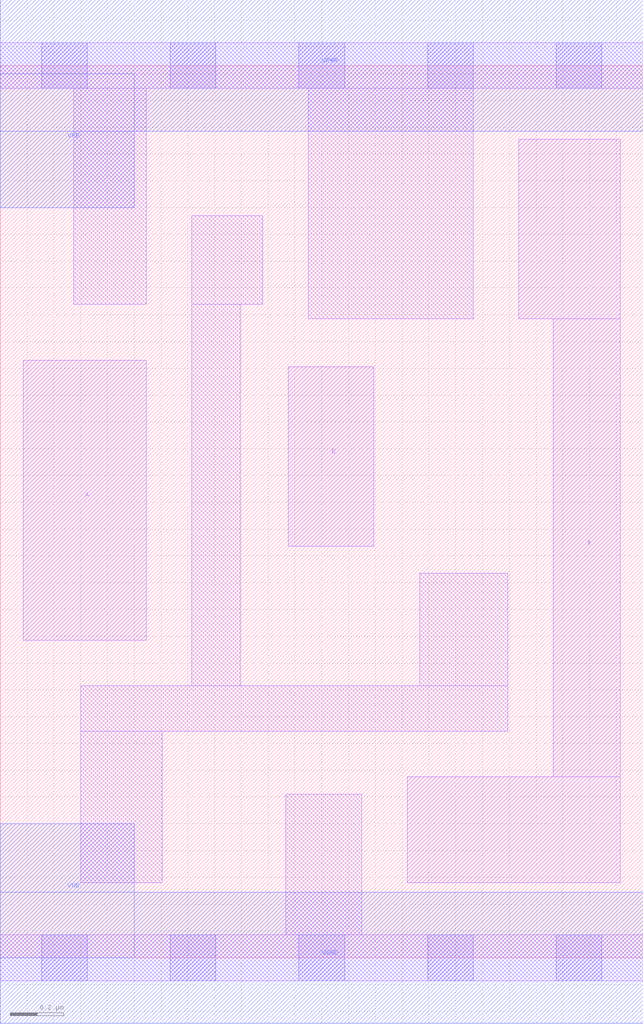
<source format=lef>
# Copyright 2020 The SkyWater PDK Authors
#
# Licensed under the Apache License, Version 2.0 (the "License");
# you may not use this file except in compliance with the License.
# You may obtain a copy of the License at
#
#     https://www.apache.org/licenses/LICENSE-2.0
#
# Unless required by applicable law or agreed to in writing, software
# distributed under the License is distributed on an "AS IS" BASIS,
# WITHOUT WARRANTIES OR CONDITIONS OF ANY KIND, either express or implied.
# See the License for the specific language governing permissions and
# limitations under the License.
#
# SPDX-License-Identifier: Apache-2.0

VERSION 5.5 ;
NAMESCASESENSITIVE ON ;
BUSBITCHARS "[]" ;
DIVIDERCHAR "/" ;
MACRO sky130_fd_sc_lp__and2_0
  CLASS CORE ;
  SOURCE USER ;
  ORIGIN  0.000000  0.000000 ;
  SIZE  2.400000 BY  3.330000 ;
  SYMMETRY X Y R90 ;
  SITE unit ;
  PIN A
    ANTENNAGATEAREA  0.126000 ;
    DIRECTION INPUT ;
    USE SIGNAL ;
    PORT
      LAYER li1 ;
        RECT 0.085000 1.185000 0.545000 2.230000 ;
    END
  END A
  PIN B
    ANTENNAGATEAREA  0.126000 ;
    DIRECTION INPUT ;
    USE SIGNAL ;
    PORT
      LAYER li1 ;
        RECT 1.075000 1.535000 1.395000 2.205000 ;
    END
  END B
  PIN X
    ANTENNADIFFAREA  0.280900 ;
    DIRECTION OUTPUT ;
    USE SIGNAL ;
    PORT
      LAYER li1 ;
        RECT 1.520000 0.280000 2.315000 0.675000 ;
        RECT 1.935000 2.385000 2.315000 3.055000 ;
        RECT 2.065000 0.675000 2.315000 2.385000 ;
    END
  END X
  PIN VGND
    DIRECTION INOUT ;
    USE GROUND ;
    PORT
      LAYER met1 ;
        RECT 0.000000 -0.245000 2.400000 0.245000 ;
    END
  END VGND
  PIN VNB
    DIRECTION INOUT ;
    USE GROUND ;
    PORT
      LAYER met1 ;
        RECT 0.000000 0.000000 0.500000 0.500000 ;
    END
  END VNB
  PIN VPB
    DIRECTION INOUT ;
    USE POWER ;
    PORT
      LAYER met1 ;
        RECT 0.000000 2.800000 0.500000 3.300000 ;
    END
  END VPB
  PIN VPWR
    DIRECTION INOUT ;
    USE POWER ;
    PORT
      LAYER met1 ;
        RECT 0.000000 3.085000 2.400000 3.575000 ;
    END
  END VPWR
  OBS
    LAYER li1 ;
      RECT 0.000000 -0.085000 2.400000 0.085000 ;
      RECT 0.000000  3.245000 2.400000 3.415000 ;
      RECT 0.275000  2.440000 0.545000 3.245000 ;
      RECT 0.300000  0.280000 0.605000 0.845000 ;
      RECT 0.300000  0.845000 1.895000 1.015000 ;
      RECT 0.715000  1.015000 0.895000 2.440000 ;
      RECT 0.715000  2.440000 0.980000 2.770000 ;
      RECT 1.065000  0.085000 1.350000 0.610000 ;
      RECT 1.150000  2.385000 1.765000 3.245000 ;
      RECT 1.565000  1.015000 1.895000 1.435000 ;
    LAYER mcon ;
      RECT 0.155000 -0.085000 0.325000 0.085000 ;
      RECT 0.155000  3.245000 0.325000 3.415000 ;
      RECT 0.635000 -0.085000 0.805000 0.085000 ;
      RECT 0.635000  3.245000 0.805000 3.415000 ;
      RECT 1.115000 -0.085000 1.285000 0.085000 ;
      RECT 1.115000  3.245000 1.285000 3.415000 ;
      RECT 1.595000 -0.085000 1.765000 0.085000 ;
      RECT 1.595000  3.245000 1.765000 3.415000 ;
      RECT 2.075000 -0.085000 2.245000 0.085000 ;
      RECT 2.075000  3.245000 2.245000 3.415000 ;
  END
END sky130_fd_sc_lp__and2_0
END LIBRARY

</source>
